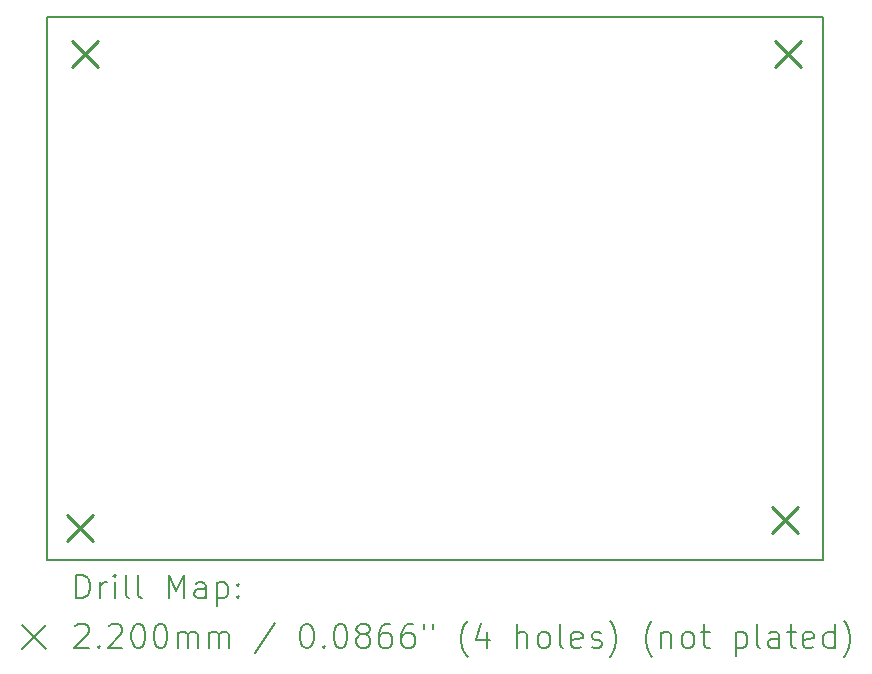
<source format=gbr>
%TF.GenerationSoftware,KiCad,Pcbnew,8.0.5*%
%TF.CreationDate,2025-01-14T00:06:04-08:00*%
%TF.ProjectId,12v converter,31327620-636f-46e7-9665-727465722e6b,rev?*%
%TF.SameCoordinates,Original*%
%TF.FileFunction,Drillmap*%
%TF.FilePolarity,Positive*%
%FSLAX45Y45*%
G04 Gerber Fmt 4.5, Leading zero omitted, Abs format (unit mm)*
G04 Created by KiCad (PCBNEW 8.0.5) date 2025-01-14 00:06:04*
%MOMM*%
%LPD*%
G01*
G04 APERTURE LIST*
%ADD10C,0.200000*%
%ADD11C,0.220000*%
G04 APERTURE END LIST*
D10*
X11861143Y-8574702D02*
X18430000Y-8574702D01*
X18430000Y-13170000D01*
X11861143Y-13170000D01*
X11861143Y-8574702D01*
D11*
X12030000Y-12787500D02*
X12250000Y-13007500D01*
X12250000Y-12787500D02*
X12030000Y-13007500D01*
X12075000Y-8775000D02*
X12295000Y-8995000D01*
X12295000Y-8775000D02*
X12075000Y-8995000D01*
X18005000Y-12720000D02*
X18225000Y-12940000D01*
X18225000Y-12720000D02*
X18005000Y-12940000D01*
X18030000Y-8775000D02*
X18250000Y-8995000D01*
X18250000Y-8775000D02*
X18030000Y-8995000D01*
D10*
X12111920Y-13491484D02*
X12111920Y-13291484D01*
X12111920Y-13291484D02*
X12159539Y-13291484D01*
X12159539Y-13291484D02*
X12188110Y-13301008D01*
X12188110Y-13301008D02*
X12207158Y-13320055D01*
X12207158Y-13320055D02*
X12216681Y-13339103D01*
X12216681Y-13339103D02*
X12226205Y-13377198D01*
X12226205Y-13377198D02*
X12226205Y-13405769D01*
X12226205Y-13405769D02*
X12216681Y-13443865D01*
X12216681Y-13443865D02*
X12207158Y-13462912D01*
X12207158Y-13462912D02*
X12188110Y-13481960D01*
X12188110Y-13481960D02*
X12159539Y-13491484D01*
X12159539Y-13491484D02*
X12111920Y-13491484D01*
X12311920Y-13491484D02*
X12311920Y-13358150D01*
X12311920Y-13396246D02*
X12321443Y-13377198D01*
X12321443Y-13377198D02*
X12330967Y-13367674D01*
X12330967Y-13367674D02*
X12350015Y-13358150D01*
X12350015Y-13358150D02*
X12369062Y-13358150D01*
X12435729Y-13491484D02*
X12435729Y-13358150D01*
X12435729Y-13291484D02*
X12426205Y-13301008D01*
X12426205Y-13301008D02*
X12435729Y-13310531D01*
X12435729Y-13310531D02*
X12445253Y-13301008D01*
X12445253Y-13301008D02*
X12435729Y-13291484D01*
X12435729Y-13291484D02*
X12435729Y-13310531D01*
X12559539Y-13491484D02*
X12540491Y-13481960D01*
X12540491Y-13481960D02*
X12530967Y-13462912D01*
X12530967Y-13462912D02*
X12530967Y-13291484D01*
X12664300Y-13491484D02*
X12645253Y-13481960D01*
X12645253Y-13481960D02*
X12635729Y-13462912D01*
X12635729Y-13462912D02*
X12635729Y-13291484D01*
X12892872Y-13491484D02*
X12892872Y-13291484D01*
X12892872Y-13291484D02*
X12959539Y-13434341D01*
X12959539Y-13434341D02*
X13026205Y-13291484D01*
X13026205Y-13291484D02*
X13026205Y-13491484D01*
X13207158Y-13491484D02*
X13207158Y-13386722D01*
X13207158Y-13386722D02*
X13197634Y-13367674D01*
X13197634Y-13367674D02*
X13178586Y-13358150D01*
X13178586Y-13358150D02*
X13140491Y-13358150D01*
X13140491Y-13358150D02*
X13121443Y-13367674D01*
X13207158Y-13481960D02*
X13188110Y-13491484D01*
X13188110Y-13491484D02*
X13140491Y-13491484D01*
X13140491Y-13491484D02*
X13121443Y-13481960D01*
X13121443Y-13481960D02*
X13111920Y-13462912D01*
X13111920Y-13462912D02*
X13111920Y-13443865D01*
X13111920Y-13443865D02*
X13121443Y-13424817D01*
X13121443Y-13424817D02*
X13140491Y-13415293D01*
X13140491Y-13415293D02*
X13188110Y-13415293D01*
X13188110Y-13415293D02*
X13207158Y-13405769D01*
X13302396Y-13358150D02*
X13302396Y-13558150D01*
X13302396Y-13367674D02*
X13321443Y-13358150D01*
X13321443Y-13358150D02*
X13359539Y-13358150D01*
X13359539Y-13358150D02*
X13378586Y-13367674D01*
X13378586Y-13367674D02*
X13388110Y-13377198D01*
X13388110Y-13377198D02*
X13397634Y-13396246D01*
X13397634Y-13396246D02*
X13397634Y-13453388D01*
X13397634Y-13453388D02*
X13388110Y-13472436D01*
X13388110Y-13472436D02*
X13378586Y-13481960D01*
X13378586Y-13481960D02*
X13359539Y-13491484D01*
X13359539Y-13491484D02*
X13321443Y-13491484D01*
X13321443Y-13491484D02*
X13302396Y-13481960D01*
X13483348Y-13472436D02*
X13492872Y-13481960D01*
X13492872Y-13481960D02*
X13483348Y-13491484D01*
X13483348Y-13491484D02*
X13473824Y-13481960D01*
X13473824Y-13481960D02*
X13483348Y-13472436D01*
X13483348Y-13472436D02*
X13483348Y-13491484D01*
X13483348Y-13367674D02*
X13492872Y-13377198D01*
X13492872Y-13377198D02*
X13483348Y-13386722D01*
X13483348Y-13386722D02*
X13473824Y-13377198D01*
X13473824Y-13377198D02*
X13483348Y-13367674D01*
X13483348Y-13367674D02*
X13483348Y-13386722D01*
X11651143Y-13720000D02*
X11851143Y-13920000D01*
X11851143Y-13720000D02*
X11651143Y-13920000D01*
X12102396Y-13730531D02*
X12111920Y-13721008D01*
X12111920Y-13721008D02*
X12130967Y-13711484D01*
X12130967Y-13711484D02*
X12178586Y-13711484D01*
X12178586Y-13711484D02*
X12197634Y-13721008D01*
X12197634Y-13721008D02*
X12207158Y-13730531D01*
X12207158Y-13730531D02*
X12216681Y-13749579D01*
X12216681Y-13749579D02*
X12216681Y-13768627D01*
X12216681Y-13768627D02*
X12207158Y-13797198D01*
X12207158Y-13797198D02*
X12092872Y-13911484D01*
X12092872Y-13911484D02*
X12216681Y-13911484D01*
X12302396Y-13892436D02*
X12311920Y-13901960D01*
X12311920Y-13901960D02*
X12302396Y-13911484D01*
X12302396Y-13911484D02*
X12292872Y-13901960D01*
X12292872Y-13901960D02*
X12302396Y-13892436D01*
X12302396Y-13892436D02*
X12302396Y-13911484D01*
X12388110Y-13730531D02*
X12397634Y-13721008D01*
X12397634Y-13721008D02*
X12416681Y-13711484D01*
X12416681Y-13711484D02*
X12464301Y-13711484D01*
X12464301Y-13711484D02*
X12483348Y-13721008D01*
X12483348Y-13721008D02*
X12492872Y-13730531D01*
X12492872Y-13730531D02*
X12502396Y-13749579D01*
X12502396Y-13749579D02*
X12502396Y-13768627D01*
X12502396Y-13768627D02*
X12492872Y-13797198D01*
X12492872Y-13797198D02*
X12378586Y-13911484D01*
X12378586Y-13911484D02*
X12502396Y-13911484D01*
X12626205Y-13711484D02*
X12645253Y-13711484D01*
X12645253Y-13711484D02*
X12664301Y-13721008D01*
X12664301Y-13721008D02*
X12673824Y-13730531D01*
X12673824Y-13730531D02*
X12683348Y-13749579D01*
X12683348Y-13749579D02*
X12692872Y-13787674D01*
X12692872Y-13787674D02*
X12692872Y-13835293D01*
X12692872Y-13835293D02*
X12683348Y-13873388D01*
X12683348Y-13873388D02*
X12673824Y-13892436D01*
X12673824Y-13892436D02*
X12664301Y-13901960D01*
X12664301Y-13901960D02*
X12645253Y-13911484D01*
X12645253Y-13911484D02*
X12626205Y-13911484D01*
X12626205Y-13911484D02*
X12607158Y-13901960D01*
X12607158Y-13901960D02*
X12597634Y-13892436D01*
X12597634Y-13892436D02*
X12588110Y-13873388D01*
X12588110Y-13873388D02*
X12578586Y-13835293D01*
X12578586Y-13835293D02*
X12578586Y-13787674D01*
X12578586Y-13787674D02*
X12588110Y-13749579D01*
X12588110Y-13749579D02*
X12597634Y-13730531D01*
X12597634Y-13730531D02*
X12607158Y-13721008D01*
X12607158Y-13721008D02*
X12626205Y-13711484D01*
X12816681Y-13711484D02*
X12835729Y-13711484D01*
X12835729Y-13711484D02*
X12854777Y-13721008D01*
X12854777Y-13721008D02*
X12864301Y-13730531D01*
X12864301Y-13730531D02*
X12873824Y-13749579D01*
X12873824Y-13749579D02*
X12883348Y-13787674D01*
X12883348Y-13787674D02*
X12883348Y-13835293D01*
X12883348Y-13835293D02*
X12873824Y-13873388D01*
X12873824Y-13873388D02*
X12864301Y-13892436D01*
X12864301Y-13892436D02*
X12854777Y-13901960D01*
X12854777Y-13901960D02*
X12835729Y-13911484D01*
X12835729Y-13911484D02*
X12816681Y-13911484D01*
X12816681Y-13911484D02*
X12797634Y-13901960D01*
X12797634Y-13901960D02*
X12788110Y-13892436D01*
X12788110Y-13892436D02*
X12778586Y-13873388D01*
X12778586Y-13873388D02*
X12769062Y-13835293D01*
X12769062Y-13835293D02*
X12769062Y-13787674D01*
X12769062Y-13787674D02*
X12778586Y-13749579D01*
X12778586Y-13749579D02*
X12788110Y-13730531D01*
X12788110Y-13730531D02*
X12797634Y-13721008D01*
X12797634Y-13721008D02*
X12816681Y-13711484D01*
X12969062Y-13911484D02*
X12969062Y-13778150D01*
X12969062Y-13797198D02*
X12978586Y-13787674D01*
X12978586Y-13787674D02*
X12997634Y-13778150D01*
X12997634Y-13778150D02*
X13026205Y-13778150D01*
X13026205Y-13778150D02*
X13045253Y-13787674D01*
X13045253Y-13787674D02*
X13054777Y-13806722D01*
X13054777Y-13806722D02*
X13054777Y-13911484D01*
X13054777Y-13806722D02*
X13064301Y-13787674D01*
X13064301Y-13787674D02*
X13083348Y-13778150D01*
X13083348Y-13778150D02*
X13111920Y-13778150D01*
X13111920Y-13778150D02*
X13130967Y-13787674D01*
X13130967Y-13787674D02*
X13140491Y-13806722D01*
X13140491Y-13806722D02*
X13140491Y-13911484D01*
X13235729Y-13911484D02*
X13235729Y-13778150D01*
X13235729Y-13797198D02*
X13245253Y-13787674D01*
X13245253Y-13787674D02*
X13264301Y-13778150D01*
X13264301Y-13778150D02*
X13292872Y-13778150D01*
X13292872Y-13778150D02*
X13311920Y-13787674D01*
X13311920Y-13787674D02*
X13321443Y-13806722D01*
X13321443Y-13806722D02*
X13321443Y-13911484D01*
X13321443Y-13806722D02*
X13330967Y-13787674D01*
X13330967Y-13787674D02*
X13350015Y-13778150D01*
X13350015Y-13778150D02*
X13378586Y-13778150D01*
X13378586Y-13778150D02*
X13397634Y-13787674D01*
X13397634Y-13787674D02*
X13407158Y-13806722D01*
X13407158Y-13806722D02*
X13407158Y-13911484D01*
X13797634Y-13701960D02*
X13626205Y-13959103D01*
X14054777Y-13711484D02*
X14073825Y-13711484D01*
X14073825Y-13711484D02*
X14092872Y-13721008D01*
X14092872Y-13721008D02*
X14102396Y-13730531D01*
X14102396Y-13730531D02*
X14111920Y-13749579D01*
X14111920Y-13749579D02*
X14121444Y-13787674D01*
X14121444Y-13787674D02*
X14121444Y-13835293D01*
X14121444Y-13835293D02*
X14111920Y-13873388D01*
X14111920Y-13873388D02*
X14102396Y-13892436D01*
X14102396Y-13892436D02*
X14092872Y-13901960D01*
X14092872Y-13901960D02*
X14073825Y-13911484D01*
X14073825Y-13911484D02*
X14054777Y-13911484D01*
X14054777Y-13911484D02*
X14035729Y-13901960D01*
X14035729Y-13901960D02*
X14026205Y-13892436D01*
X14026205Y-13892436D02*
X14016682Y-13873388D01*
X14016682Y-13873388D02*
X14007158Y-13835293D01*
X14007158Y-13835293D02*
X14007158Y-13787674D01*
X14007158Y-13787674D02*
X14016682Y-13749579D01*
X14016682Y-13749579D02*
X14026205Y-13730531D01*
X14026205Y-13730531D02*
X14035729Y-13721008D01*
X14035729Y-13721008D02*
X14054777Y-13711484D01*
X14207158Y-13892436D02*
X14216682Y-13901960D01*
X14216682Y-13901960D02*
X14207158Y-13911484D01*
X14207158Y-13911484D02*
X14197634Y-13901960D01*
X14197634Y-13901960D02*
X14207158Y-13892436D01*
X14207158Y-13892436D02*
X14207158Y-13911484D01*
X14340491Y-13711484D02*
X14359539Y-13711484D01*
X14359539Y-13711484D02*
X14378586Y-13721008D01*
X14378586Y-13721008D02*
X14388110Y-13730531D01*
X14388110Y-13730531D02*
X14397634Y-13749579D01*
X14397634Y-13749579D02*
X14407158Y-13787674D01*
X14407158Y-13787674D02*
X14407158Y-13835293D01*
X14407158Y-13835293D02*
X14397634Y-13873388D01*
X14397634Y-13873388D02*
X14388110Y-13892436D01*
X14388110Y-13892436D02*
X14378586Y-13901960D01*
X14378586Y-13901960D02*
X14359539Y-13911484D01*
X14359539Y-13911484D02*
X14340491Y-13911484D01*
X14340491Y-13911484D02*
X14321444Y-13901960D01*
X14321444Y-13901960D02*
X14311920Y-13892436D01*
X14311920Y-13892436D02*
X14302396Y-13873388D01*
X14302396Y-13873388D02*
X14292872Y-13835293D01*
X14292872Y-13835293D02*
X14292872Y-13787674D01*
X14292872Y-13787674D02*
X14302396Y-13749579D01*
X14302396Y-13749579D02*
X14311920Y-13730531D01*
X14311920Y-13730531D02*
X14321444Y-13721008D01*
X14321444Y-13721008D02*
X14340491Y-13711484D01*
X14521444Y-13797198D02*
X14502396Y-13787674D01*
X14502396Y-13787674D02*
X14492872Y-13778150D01*
X14492872Y-13778150D02*
X14483348Y-13759103D01*
X14483348Y-13759103D02*
X14483348Y-13749579D01*
X14483348Y-13749579D02*
X14492872Y-13730531D01*
X14492872Y-13730531D02*
X14502396Y-13721008D01*
X14502396Y-13721008D02*
X14521444Y-13711484D01*
X14521444Y-13711484D02*
X14559539Y-13711484D01*
X14559539Y-13711484D02*
X14578586Y-13721008D01*
X14578586Y-13721008D02*
X14588110Y-13730531D01*
X14588110Y-13730531D02*
X14597634Y-13749579D01*
X14597634Y-13749579D02*
X14597634Y-13759103D01*
X14597634Y-13759103D02*
X14588110Y-13778150D01*
X14588110Y-13778150D02*
X14578586Y-13787674D01*
X14578586Y-13787674D02*
X14559539Y-13797198D01*
X14559539Y-13797198D02*
X14521444Y-13797198D01*
X14521444Y-13797198D02*
X14502396Y-13806722D01*
X14502396Y-13806722D02*
X14492872Y-13816246D01*
X14492872Y-13816246D02*
X14483348Y-13835293D01*
X14483348Y-13835293D02*
X14483348Y-13873388D01*
X14483348Y-13873388D02*
X14492872Y-13892436D01*
X14492872Y-13892436D02*
X14502396Y-13901960D01*
X14502396Y-13901960D02*
X14521444Y-13911484D01*
X14521444Y-13911484D02*
X14559539Y-13911484D01*
X14559539Y-13911484D02*
X14578586Y-13901960D01*
X14578586Y-13901960D02*
X14588110Y-13892436D01*
X14588110Y-13892436D02*
X14597634Y-13873388D01*
X14597634Y-13873388D02*
X14597634Y-13835293D01*
X14597634Y-13835293D02*
X14588110Y-13816246D01*
X14588110Y-13816246D02*
X14578586Y-13806722D01*
X14578586Y-13806722D02*
X14559539Y-13797198D01*
X14769063Y-13711484D02*
X14730967Y-13711484D01*
X14730967Y-13711484D02*
X14711920Y-13721008D01*
X14711920Y-13721008D02*
X14702396Y-13730531D01*
X14702396Y-13730531D02*
X14683348Y-13759103D01*
X14683348Y-13759103D02*
X14673825Y-13797198D01*
X14673825Y-13797198D02*
X14673825Y-13873388D01*
X14673825Y-13873388D02*
X14683348Y-13892436D01*
X14683348Y-13892436D02*
X14692872Y-13901960D01*
X14692872Y-13901960D02*
X14711920Y-13911484D01*
X14711920Y-13911484D02*
X14750015Y-13911484D01*
X14750015Y-13911484D02*
X14769063Y-13901960D01*
X14769063Y-13901960D02*
X14778586Y-13892436D01*
X14778586Y-13892436D02*
X14788110Y-13873388D01*
X14788110Y-13873388D02*
X14788110Y-13825769D01*
X14788110Y-13825769D02*
X14778586Y-13806722D01*
X14778586Y-13806722D02*
X14769063Y-13797198D01*
X14769063Y-13797198D02*
X14750015Y-13787674D01*
X14750015Y-13787674D02*
X14711920Y-13787674D01*
X14711920Y-13787674D02*
X14692872Y-13797198D01*
X14692872Y-13797198D02*
X14683348Y-13806722D01*
X14683348Y-13806722D02*
X14673825Y-13825769D01*
X14959539Y-13711484D02*
X14921444Y-13711484D01*
X14921444Y-13711484D02*
X14902396Y-13721008D01*
X14902396Y-13721008D02*
X14892872Y-13730531D01*
X14892872Y-13730531D02*
X14873825Y-13759103D01*
X14873825Y-13759103D02*
X14864301Y-13797198D01*
X14864301Y-13797198D02*
X14864301Y-13873388D01*
X14864301Y-13873388D02*
X14873825Y-13892436D01*
X14873825Y-13892436D02*
X14883348Y-13901960D01*
X14883348Y-13901960D02*
X14902396Y-13911484D01*
X14902396Y-13911484D02*
X14940491Y-13911484D01*
X14940491Y-13911484D02*
X14959539Y-13901960D01*
X14959539Y-13901960D02*
X14969063Y-13892436D01*
X14969063Y-13892436D02*
X14978586Y-13873388D01*
X14978586Y-13873388D02*
X14978586Y-13825769D01*
X14978586Y-13825769D02*
X14969063Y-13806722D01*
X14969063Y-13806722D02*
X14959539Y-13797198D01*
X14959539Y-13797198D02*
X14940491Y-13787674D01*
X14940491Y-13787674D02*
X14902396Y-13787674D01*
X14902396Y-13787674D02*
X14883348Y-13797198D01*
X14883348Y-13797198D02*
X14873825Y-13806722D01*
X14873825Y-13806722D02*
X14864301Y-13825769D01*
X15054777Y-13711484D02*
X15054777Y-13749579D01*
X15130967Y-13711484D02*
X15130967Y-13749579D01*
X15426206Y-13987674D02*
X15416682Y-13978150D01*
X15416682Y-13978150D02*
X15397634Y-13949579D01*
X15397634Y-13949579D02*
X15388110Y-13930531D01*
X15388110Y-13930531D02*
X15378587Y-13901960D01*
X15378587Y-13901960D02*
X15369063Y-13854341D01*
X15369063Y-13854341D02*
X15369063Y-13816246D01*
X15369063Y-13816246D02*
X15378587Y-13768627D01*
X15378587Y-13768627D02*
X15388110Y-13740055D01*
X15388110Y-13740055D02*
X15397634Y-13721008D01*
X15397634Y-13721008D02*
X15416682Y-13692436D01*
X15416682Y-13692436D02*
X15426206Y-13682912D01*
X15588110Y-13778150D02*
X15588110Y-13911484D01*
X15540491Y-13701960D02*
X15492872Y-13844817D01*
X15492872Y-13844817D02*
X15616682Y-13844817D01*
X15845253Y-13911484D02*
X15845253Y-13711484D01*
X15930968Y-13911484D02*
X15930968Y-13806722D01*
X15930968Y-13806722D02*
X15921444Y-13787674D01*
X15921444Y-13787674D02*
X15902396Y-13778150D01*
X15902396Y-13778150D02*
X15873825Y-13778150D01*
X15873825Y-13778150D02*
X15854777Y-13787674D01*
X15854777Y-13787674D02*
X15845253Y-13797198D01*
X16054777Y-13911484D02*
X16035729Y-13901960D01*
X16035729Y-13901960D02*
X16026206Y-13892436D01*
X16026206Y-13892436D02*
X16016682Y-13873388D01*
X16016682Y-13873388D02*
X16016682Y-13816246D01*
X16016682Y-13816246D02*
X16026206Y-13797198D01*
X16026206Y-13797198D02*
X16035729Y-13787674D01*
X16035729Y-13787674D02*
X16054777Y-13778150D01*
X16054777Y-13778150D02*
X16083349Y-13778150D01*
X16083349Y-13778150D02*
X16102396Y-13787674D01*
X16102396Y-13787674D02*
X16111920Y-13797198D01*
X16111920Y-13797198D02*
X16121444Y-13816246D01*
X16121444Y-13816246D02*
X16121444Y-13873388D01*
X16121444Y-13873388D02*
X16111920Y-13892436D01*
X16111920Y-13892436D02*
X16102396Y-13901960D01*
X16102396Y-13901960D02*
X16083349Y-13911484D01*
X16083349Y-13911484D02*
X16054777Y-13911484D01*
X16235729Y-13911484D02*
X16216682Y-13901960D01*
X16216682Y-13901960D02*
X16207158Y-13882912D01*
X16207158Y-13882912D02*
X16207158Y-13711484D01*
X16388110Y-13901960D02*
X16369063Y-13911484D01*
X16369063Y-13911484D02*
X16330968Y-13911484D01*
X16330968Y-13911484D02*
X16311920Y-13901960D01*
X16311920Y-13901960D02*
X16302396Y-13882912D01*
X16302396Y-13882912D02*
X16302396Y-13806722D01*
X16302396Y-13806722D02*
X16311920Y-13787674D01*
X16311920Y-13787674D02*
X16330968Y-13778150D01*
X16330968Y-13778150D02*
X16369063Y-13778150D01*
X16369063Y-13778150D02*
X16388110Y-13787674D01*
X16388110Y-13787674D02*
X16397634Y-13806722D01*
X16397634Y-13806722D02*
X16397634Y-13825769D01*
X16397634Y-13825769D02*
X16302396Y-13844817D01*
X16473825Y-13901960D02*
X16492872Y-13911484D01*
X16492872Y-13911484D02*
X16530968Y-13911484D01*
X16530968Y-13911484D02*
X16550015Y-13901960D01*
X16550015Y-13901960D02*
X16559539Y-13882912D01*
X16559539Y-13882912D02*
X16559539Y-13873388D01*
X16559539Y-13873388D02*
X16550015Y-13854341D01*
X16550015Y-13854341D02*
X16530968Y-13844817D01*
X16530968Y-13844817D02*
X16502396Y-13844817D01*
X16502396Y-13844817D02*
X16483349Y-13835293D01*
X16483349Y-13835293D02*
X16473825Y-13816246D01*
X16473825Y-13816246D02*
X16473825Y-13806722D01*
X16473825Y-13806722D02*
X16483349Y-13787674D01*
X16483349Y-13787674D02*
X16502396Y-13778150D01*
X16502396Y-13778150D02*
X16530968Y-13778150D01*
X16530968Y-13778150D02*
X16550015Y-13787674D01*
X16626206Y-13987674D02*
X16635730Y-13978150D01*
X16635730Y-13978150D02*
X16654777Y-13949579D01*
X16654777Y-13949579D02*
X16664301Y-13930531D01*
X16664301Y-13930531D02*
X16673825Y-13901960D01*
X16673825Y-13901960D02*
X16683349Y-13854341D01*
X16683349Y-13854341D02*
X16683349Y-13816246D01*
X16683349Y-13816246D02*
X16673825Y-13768627D01*
X16673825Y-13768627D02*
X16664301Y-13740055D01*
X16664301Y-13740055D02*
X16654777Y-13721008D01*
X16654777Y-13721008D02*
X16635730Y-13692436D01*
X16635730Y-13692436D02*
X16626206Y-13682912D01*
X16988111Y-13987674D02*
X16978587Y-13978150D01*
X16978587Y-13978150D02*
X16959539Y-13949579D01*
X16959539Y-13949579D02*
X16950015Y-13930531D01*
X16950015Y-13930531D02*
X16940492Y-13901960D01*
X16940492Y-13901960D02*
X16930968Y-13854341D01*
X16930968Y-13854341D02*
X16930968Y-13816246D01*
X16930968Y-13816246D02*
X16940492Y-13768627D01*
X16940492Y-13768627D02*
X16950015Y-13740055D01*
X16950015Y-13740055D02*
X16959539Y-13721008D01*
X16959539Y-13721008D02*
X16978587Y-13692436D01*
X16978587Y-13692436D02*
X16988111Y-13682912D01*
X17064301Y-13778150D02*
X17064301Y-13911484D01*
X17064301Y-13797198D02*
X17073825Y-13787674D01*
X17073825Y-13787674D02*
X17092872Y-13778150D01*
X17092872Y-13778150D02*
X17121444Y-13778150D01*
X17121444Y-13778150D02*
X17140492Y-13787674D01*
X17140492Y-13787674D02*
X17150015Y-13806722D01*
X17150015Y-13806722D02*
X17150015Y-13911484D01*
X17273825Y-13911484D02*
X17254777Y-13901960D01*
X17254777Y-13901960D02*
X17245253Y-13892436D01*
X17245253Y-13892436D02*
X17235730Y-13873388D01*
X17235730Y-13873388D02*
X17235730Y-13816246D01*
X17235730Y-13816246D02*
X17245253Y-13797198D01*
X17245253Y-13797198D02*
X17254777Y-13787674D01*
X17254777Y-13787674D02*
X17273825Y-13778150D01*
X17273825Y-13778150D02*
X17302396Y-13778150D01*
X17302396Y-13778150D02*
X17321444Y-13787674D01*
X17321444Y-13787674D02*
X17330968Y-13797198D01*
X17330968Y-13797198D02*
X17340492Y-13816246D01*
X17340492Y-13816246D02*
X17340492Y-13873388D01*
X17340492Y-13873388D02*
X17330968Y-13892436D01*
X17330968Y-13892436D02*
X17321444Y-13901960D01*
X17321444Y-13901960D02*
X17302396Y-13911484D01*
X17302396Y-13911484D02*
X17273825Y-13911484D01*
X17397634Y-13778150D02*
X17473825Y-13778150D01*
X17426206Y-13711484D02*
X17426206Y-13882912D01*
X17426206Y-13882912D02*
X17435730Y-13901960D01*
X17435730Y-13901960D02*
X17454777Y-13911484D01*
X17454777Y-13911484D02*
X17473825Y-13911484D01*
X17692873Y-13778150D02*
X17692873Y-13978150D01*
X17692873Y-13787674D02*
X17711920Y-13778150D01*
X17711920Y-13778150D02*
X17750015Y-13778150D01*
X17750015Y-13778150D02*
X17769063Y-13787674D01*
X17769063Y-13787674D02*
X17778587Y-13797198D01*
X17778587Y-13797198D02*
X17788111Y-13816246D01*
X17788111Y-13816246D02*
X17788111Y-13873388D01*
X17788111Y-13873388D02*
X17778587Y-13892436D01*
X17778587Y-13892436D02*
X17769063Y-13901960D01*
X17769063Y-13901960D02*
X17750015Y-13911484D01*
X17750015Y-13911484D02*
X17711920Y-13911484D01*
X17711920Y-13911484D02*
X17692873Y-13901960D01*
X17902396Y-13911484D02*
X17883349Y-13901960D01*
X17883349Y-13901960D02*
X17873825Y-13882912D01*
X17873825Y-13882912D02*
X17873825Y-13711484D01*
X18064301Y-13911484D02*
X18064301Y-13806722D01*
X18064301Y-13806722D02*
X18054777Y-13787674D01*
X18054777Y-13787674D02*
X18035730Y-13778150D01*
X18035730Y-13778150D02*
X17997634Y-13778150D01*
X17997634Y-13778150D02*
X17978587Y-13787674D01*
X18064301Y-13901960D02*
X18045254Y-13911484D01*
X18045254Y-13911484D02*
X17997634Y-13911484D01*
X17997634Y-13911484D02*
X17978587Y-13901960D01*
X17978587Y-13901960D02*
X17969063Y-13882912D01*
X17969063Y-13882912D02*
X17969063Y-13863865D01*
X17969063Y-13863865D02*
X17978587Y-13844817D01*
X17978587Y-13844817D02*
X17997634Y-13835293D01*
X17997634Y-13835293D02*
X18045254Y-13835293D01*
X18045254Y-13835293D02*
X18064301Y-13825769D01*
X18130968Y-13778150D02*
X18207158Y-13778150D01*
X18159539Y-13711484D02*
X18159539Y-13882912D01*
X18159539Y-13882912D02*
X18169063Y-13901960D01*
X18169063Y-13901960D02*
X18188111Y-13911484D01*
X18188111Y-13911484D02*
X18207158Y-13911484D01*
X18350015Y-13901960D02*
X18330968Y-13911484D01*
X18330968Y-13911484D02*
X18292873Y-13911484D01*
X18292873Y-13911484D02*
X18273825Y-13901960D01*
X18273825Y-13901960D02*
X18264301Y-13882912D01*
X18264301Y-13882912D02*
X18264301Y-13806722D01*
X18264301Y-13806722D02*
X18273825Y-13787674D01*
X18273825Y-13787674D02*
X18292873Y-13778150D01*
X18292873Y-13778150D02*
X18330968Y-13778150D01*
X18330968Y-13778150D02*
X18350015Y-13787674D01*
X18350015Y-13787674D02*
X18359539Y-13806722D01*
X18359539Y-13806722D02*
X18359539Y-13825769D01*
X18359539Y-13825769D02*
X18264301Y-13844817D01*
X18530968Y-13911484D02*
X18530968Y-13711484D01*
X18530968Y-13901960D02*
X18511920Y-13911484D01*
X18511920Y-13911484D02*
X18473825Y-13911484D01*
X18473825Y-13911484D02*
X18454777Y-13901960D01*
X18454777Y-13901960D02*
X18445254Y-13892436D01*
X18445254Y-13892436D02*
X18435730Y-13873388D01*
X18435730Y-13873388D02*
X18435730Y-13816246D01*
X18435730Y-13816246D02*
X18445254Y-13797198D01*
X18445254Y-13797198D02*
X18454777Y-13787674D01*
X18454777Y-13787674D02*
X18473825Y-13778150D01*
X18473825Y-13778150D02*
X18511920Y-13778150D01*
X18511920Y-13778150D02*
X18530968Y-13787674D01*
X18607158Y-13987674D02*
X18616682Y-13978150D01*
X18616682Y-13978150D02*
X18635730Y-13949579D01*
X18635730Y-13949579D02*
X18645254Y-13930531D01*
X18645254Y-13930531D02*
X18654777Y-13901960D01*
X18654777Y-13901960D02*
X18664301Y-13854341D01*
X18664301Y-13854341D02*
X18664301Y-13816246D01*
X18664301Y-13816246D02*
X18654777Y-13768627D01*
X18654777Y-13768627D02*
X18645254Y-13740055D01*
X18645254Y-13740055D02*
X18635730Y-13721008D01*
X18635730Y-13721008D02*
X18616682Y-13692436D01*
X18616682Y-13692436D02*
X18607158Y-13682912D01*
M02*

</source>
